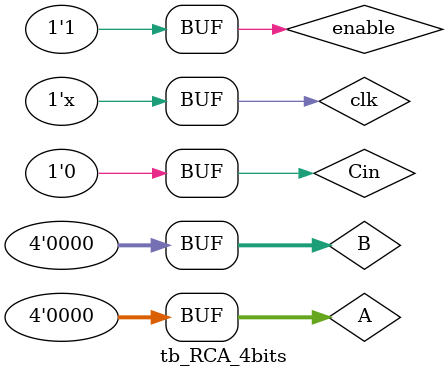
<source format=v>
`timescale 1ns / 1ps

module tb_RCA_4bits;

    reg clk;
    reg enable;
    reg [3:0] A;
    reg [3:0] B;
    reg Cin;
    
    wire [4:0] Q;
    
    RCA_4bits uut (
        .clk(clk),
        .enable(enable),
        .A(A),
        .B(B),
        .Cin(Cin),
        .Q(Q)
    );
    
    initial begin
    
    // Initialization    
    clk = 0;
    enable = 1;
    A = 0;
    B = 0;
    Cin = 0;
    
    #10;
    
    // Test Case 1
    A = 4'b0001;
    B = 4'b0101;
    Cin = 1'b0;
    enable = 1;
    
    #10;
    
    enable = 0;
    
    #10;
    
    // Test Case 2
    A = 4'b0111;
    B = 4'b0111;
    Cin = 1'b0;
    enable = 1;
    
    #10;
    
    enable = 0;
    
    #10;
    
    // Test Case 3
    A = 4'b1000;
    B = 4'b0111;
    Cin = 1'b1;
    enable = 1;
    
    #10;
    
    enable = 0;
    
    #10;
    
    // Test Case 4
    A = 4'b1100;
    B = 4'b0100;
    Cin = 1'b0;
    enable = 1;
    
    #10;
    
    enable = 0;
    
    #10;
    
    // Test Case 5
    A = 4'b1000;
    B = 4'b1000;
    Cin = 1'b01;
    enable = 1;
    
    #10;
    
    enable = 0;
    
    #10;
    
    // Test Case 6
    A = 4'b1001;
    B = 4'b1010;
    Cin = 1'b1;
    enable = 1;
    
    #10;
    
    enable = 0;
    
    #10;
    
    // Test Case 7
    A = 4'b1111;
    B = 4'b1111;
    Cin = 1'b0;
    enable = 1;
    
    #10;
    
    enable = 0;
    
    #10;
    
    clk = 0;
    enable = 1;
    A = 0;
    B = 0;
    Cin = 0;
    
    #10;
    
    end
    
    always
    #5 clk = ~clk;
    
endmodule
</source>
